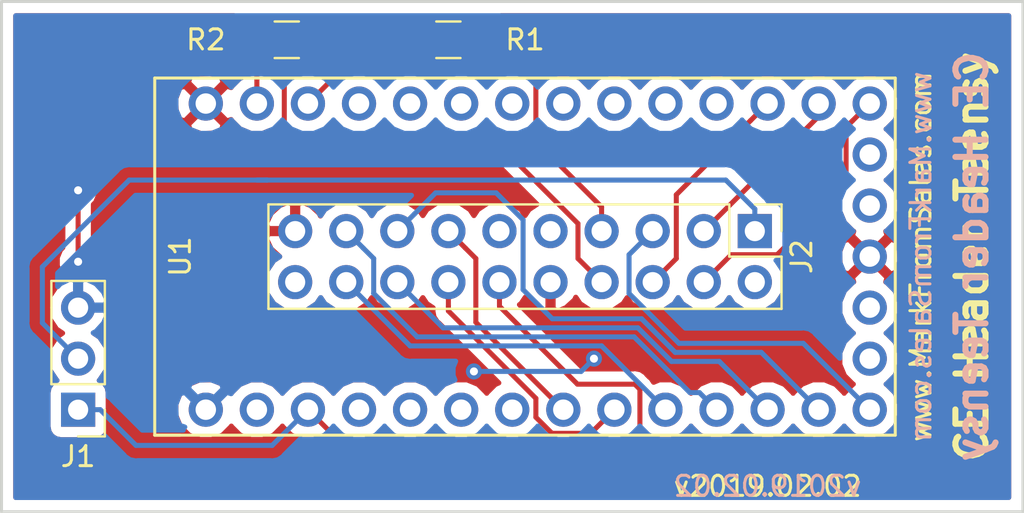
<source format=kicad_pcb>
(kicad_pcb (version 20171130) (host pcbnew "(5.0.2)-1")

  (general
    (thickness 1.6)
    (drawings 10)
    (tracks 99)
    (zones 0)
    (modules 5)
    (nets 19)
  )

  (page USLetter)
  (title_block
    (title "CE Header Teensy")
    (date 2019-02-02)
    (rev 1.0)
    (company www.MarkFromSales.com)
    (comment 1 "Project from www.contextualelectronics.com")
  )

  (layers
    (0 F.Cu signal)
    (31 B.Cu signal)
    (32 B.Adhes user)
    (33 F.Adhes user)
    (34 B.Paste user)
    (35 F.Paste user)
    (36 B.SilkS user)
    (37 F.SilkS user)
    (38 B.Mask user)
    (39 F.Mask user)
    (40 Dwgs.User user)
    (41 Cmts.User user)
    (42 Eco1.User user)
    (43 Eco2.User user)
    (44 Edge.Cuts user)
    (45 Margin user)
    (46 B.CrtYd user)
    (47 F.CrtYd user)
    (48 B.Fab user hide)
    (49 F.Fab user hide)
  )

  (setup
    (last_trace_width 0.25)
    (trace_clearance 0.2)
    (zone_clearance 0.508)
    (zone_45_only no)
    (trace_min 0.2)
    (segment_width 0.2)
    (edge_width 0.15)
    (via_size 0.8)
    (via_drill 0.4)
    (via_min_size 0.4)
    (via_min_drill 0.3)
    (uvia_size 0.3)
    (uvia_drill 0.1)
    (uvias_allowed no)
    (uvia_min_size 0.2)
    (uvia_min_drill 0.1)
    (pcb_text_width 0.3)
    (pcb_text_size 1.5 1.5)
    (mod_edge_width 0.15)
    (mod_text_size 1 1)
    (mod_text_width 0.15)
    (pad_size 1.524 1.524)
    (pad_drill 0.762)
    (pad_to_mask_clearance 0.051)
    (solder_mask_min_width 0.25)
    (aux_axis_origin 0 0)
    (visible_elements 7FFFFFFF)
    (pcbplotparams
      (layerselection 0x010fc_ffffffff)
      (usegerberextensions false)
      (usegerberattributes false)
      (usegerberadvancedattributes false)
      (creategerberjobfile false)
      (excludeedgelayer true)
      (linewidth 0.100000)
      (plotframeref false)
      (viasonmask false)
      (mode 1)
      (useauxorigin false)
      (hpglpennumber 1)
      (hpglpenspeed 20)
      (hpglpendiameter 15.000000)
      (psnegative false)
      (psa4output false)
      (plotreference true)
      (plotvalue true)
      (plotinvisibletext false)
      (padsonsilk false)
      (subtractmaskfromsilk false)
      (outputformat 1)
      (mirror false)
      (drillshape 1)
      (scaleselection 1)
      (outputdirectory ""))
  )

  (net 0 "")
  (net 1 /3V3)
  (net 2 "Net-(J1-Pad2)")
  (net 3 /5V)
  (net 4 /SPI_MOSI)
  (net 5 /SPI_MISO)
  (net 6 /SPI_CLK)
  (net 7 /SPI_CS)
  (net 8 "Net-(J2-Pad7)")
  (net 9 "Net-(J2-Pad8)")
  (net 10 GND)
  (net 11 /I2C_SCLK)
  (net 12 /I2C_SDAT)
  (net 13 /AIO0)
  (net 14 /AIO1)
  (net 15 /AIO2)
  (net 16 /AIO3)
  (net 17 /TEENSY_TX)
  (net 18 /TEENSY_RX)

  (net_class Default "This is the default net class."
    (clearance 0.2)
    (trace_width 0.25)
    (via_dia 0.8)
    (via_drill 0.4)
    (uvia_dia 0.3)
    (uvia_drill 0.1)
    (add_net /3V3)
    (add_net /5V)
    (add_net /AIO0)
    (add_net /AIO1)
    (add_net /AIO2)
    (add_net /AIO3)
    (add_net /I2C_SCLK)
    (add_net /I2C_SDAT)
    (add_net /SPI_CLK)
    (add_net /SPI_CS)
    (add_net /SPI_MISO)
    (add_net /SPI_MOSI)
    (add_net /TEENSY_RX)
    (add_net /TEENSY_TX)
    (add_net GND)
    (add_net "Net-(J1-Pad2)")
    (add_net "Net-(J2-Pad7)")
    (add_net "Net-(J2-Pad8)")
  )

  (module Connector_PinHeader_2.54mm:PinHeader_1x03_P2.54mm_Vertical (layer F.Cu) (tedit 59FED5CC) (tstamp 5C6304E9)
    (at 156.21 71.12 180)
    (descr "Through hole straight pin header, 1x03, 2.54mm pitch, single row")
    (tags "Through hole pin header THT 1x03 2.54mm single row")
    (path /5C563697)
    (fp_text reference J1 (at 0 -2.33 180) (layer F.SilkS)
      (effects (font (size 1 1) (thickness 0.15)))
    )
    (fp_text value Conn_PWR (at 0 7.41 180) (layer F.Fab)
      (effects (font (size 1 1) (thickness 0.15)))
    )
    (fp_line (start -0.635 -1.27) (end 1.27 -1.27) (layer F.Fab) (width 0.1))
    (fp_line (start 1.27 -1.27) (end 1.27 6.35) (layer F.Fab) (width 0.1))
    (fp_line (start 1.27 6.35) (end -1.27 6.35) (layer F.Fab) (width 0.1))
    (fp_line (start -1.27 6.35) (end -1.27 -0.635) (layer F.Fab) (width 0.1))
    (fp_line (start -1.27 -0.635) (end -0.635 -1.27) (layer F.Fab) (width 0.1))
    (fp_line (start -1.33 6.41) (end 1.33 6.41) (layer F.SilkS) (width 0.12))
    (fp_line (start -1.33 1.27) (end -1.33 6.41) (layer F.SilkS) (width 0.12))
    (fp_line (start 1.33 1.27) (end 1.33 6.41) (layer F.SilkS) (width 0.12))
    (fp_line (start -1.33 1.27) (end 1.33 1.27) (layer F.SilkS) (width 0.12))
    (fp_line (start -1.33 0) (end -1.33 -1.33) (layer F.SilkS) (width 0.12))
    (fp_line (start -1.33 -1.33) (end 0 -1.33) (layer F.SilkS) (width 0.12))
    (fp_line (start -1.8 -1.8) (end -1.8 6.85) (layer F.CrtYd) (width 0.05))
    (fp_line (start -1.8 6.85) (end 1.8 6.85) (layer F.CrtYd) (width 0.05))
    (fp_line (start 1.8 6.85) (end 1.8 -1.8) (layer F.CrtYd) (width 0.05))
    (fp_line (start 1.8 -1.8) (end -1.8 -1.8) (layer F.CrtYd) (width 0.05))
    (fp_text user %R (at 0 2.54 270) (layer F.Fab)
      (effects (font (size 1 1) (thickness 0.15)))
    )
    (pad 1 thru_hole rect (at 0 0 180) (size 1.7 1.7) (drill 1) (layers *.Cu *.Mask)
      (net 1 /3V3))
    (pad 2 thru_hole oval (at 0 2.54 180) (size 1.7 1.7) (drill 1) (layers *.Cu *.Mask)
      (net 2 "Net-(J1-Pad2)"))
    (pad 3 thru_hole oval (at 0 5.08 180) (size 1.7 1.7) (drill 1) (layers *.Cu *.Mask)
      (net 3 /5V))
    (model ${KISYS3DMOD}/Connector_PinHeader_2.54mm.3dshapes/PinHeader_1x03_P2.54mm_Vertical.wrl
      (at (xyz 0 0 0))
      (scale (xyz 1 1 1))
      (rotate (xyz 0 0 0))
    )
  )

  (module Connector_PinHeader_2.54mm:PinHeader_2x10_P2.54mm_Vertical (layer F.Cu) (tedit 59FED5CC) (tstamp 5C630513)
    (at 189.865 62.23 270)
    (descr "Through hole straight pin header, 2x10, 2.54mm pitch, double rows")
    (tags "Through hole pin header THT 2x10 2.54mm double row")
    (path /5C56346B)
    (fp_text reference J2 (at 1.27 -2.33 270) (layer F.SilkS)
      (effects (font (size 1 1) (thickness 0.15)))
    )
    (fp_text value CE_Header_Narrow (at 1.27 25.19 270) (layer F.Fab)
      (effects (font (size 1 1) (thickness 0.15)))
    )
    (fp_line (start 0 -1.27) (end 3.81 -1.27) (layer F.Fab) (width 0.1))
    (fp_line (start 3.81 -1.27) (end 3.81 24.13) (layer F.Fab) (width 0.1))
    (fp_line (start 3.81 24.13) (end -1.27 24.13) (layer F.Fab) (width 0.1))
    (fp_line (start -1.27 24.13) (end -1.27 0) (layer F.Fab) (width 0.1))
    (fp_line (start -1.27 0) (end 0 -1.27) (layer F.Fab) (width 0.1))
    (fp_line (start -1.33 24.19) (end 3.87 24.19) (layer F.SilkS) (width 0.12))
    (fp_line (start -1.33 1.27) (end -1.33 24.19) (layer F.SilkS) (width 0.12))
    (fp_line (start 3.87 -1.33) (end 3.87 24.19) (layer F.SilkS) (width 0.12))
    (fp_line (start -1.33 1.27) (end 1.27 1.27) (layer F.SilkS) (width 0.12))
    (fp_line (start 1.27 1.27) (end 1.27 -1.33) (layer F.SilkS) (width 0.12))
    (fp_line (start 1.27 -1.33) (end 3.87 -1.33) (layer F.SilkS) (width 0.12))
    (fp_line (start -1.33 0) (end -1.33 -1.33) (layer F.SilkS) (width 0.12))
    (fp_line (start -1.33 -1.33) (end 0 -1.33) (layer F.SilkS) (width 0.12))
    (fp_line (start -1.8 -1.8) (end -1.8 24.65) (layer F.CrtYd) (width 0.05))
    (fp_line (start -1.8 24.65) (end 4.35 24.65) (layer F.CrtYd) (width 0.05))
    (fp_line (start 4.35 24.65) (end 4.35 -1.8) (layer F.CrtYd) (width 0.05))
    (fp_line (start 4.35 -1.8) (end -1.8 -1.8) (layer F.CrtYd) (width 0.05))
    (fp_text user %R (at 1.27 11.43) (layer F.Fab)
      (effects (font (size 1 1) (thickness 0.15)))
    )
    (pad 1 thru_hole rect (at 0 0 270) (size 1.7 1.7) (drill 1) (layers *.Cu *.Mask)
      (net 2 "Net-(J1-Pad2)"))
    (pad 2 thru_hole oval (at 2.54 0 270) (size 1.7 1.7) (drill 1) (layers *.Cu *.Mask))
    (pad 3 thru_hole oval (at 0 2.54 270) (size 1.7 1.7) (drill 1) (layers *.Cu *.Mask)
      (net 4 /SPI_MOSI))
    (pad 4 thru_hole oval (at 2.54 2.54 270) (size 1.7 1.7) (drill 1) (layers *.Cu *.Mask)
      (net 5 /SPI_MISO))
    (pad 5 thru_hole oval (at 0 5.08 270) (size 1.7 1.7) (drill 1) (layers *.Cu *.Mask)
      (net 6 /SPI_CLK))
    (pad 6 thru_hole oval (at 2.54 5.08 270) (size 1.7 1.7) (drill 1) (layers *.Cu *.Mask)
      (net 7 /SPI_CS))
    (pad 7 thru_hole oval (at 0 7.62 270) (size 1.7 1.7) (drill 1) (layers *.Cu *.Mask)
      (net 8 "Net-(J2-Pad7)"))
    (pad 8 thru_hole oval (at 2.54 7.62 270) (size 1.7 1.7) (drill 1) (layers *.Cu *.Mask)
      (net 9 "Net-(J2-Pad8)"))
    (pad 9 thru_hole oval (at 0 10.16 270) (size 1.7 1.7) (drill 1) (layers *.Cu *.Mask))
    (pad 10 thru_hole oval (at 2.54 10.16 270) (size 1.7 1.7) (drill 1) (layers *.Cu *.Mask)
      (net 10 GND))
    (pad 11 thru_hole oval (at 0 12.7 270) (size 1.7 1.7) (drill 1) (layers *.Cu *.Mask))
    (pad 12 thru_hole oval (at 2.54 12.7 270) (size 1.7 1.7) (drill 1) (layers *.Cu *.Mask)
      (net 1 /3V3))
    (pad 13 thru_hole oval (at 0 15.24 270) (size 1.7 1.7) (drill 1) (layers *.Cu *.Mask)
      (net 11 /I2C_SCLK))
    (pad 14 thru_hole oval (at 2.54 15.24 270) (size 1.7 1.7) (drill 1) (layers *.Cu *.Mask)
      (net 12 /I2C_SDAT))
    (pad 15 thru_hole oval (at 0 17.78 270) (size 1.7 1.7) (drill 1) (layers *.Cu *.Mask)
      (net 13 /AIO0))
    (pad 16 thru_hole oval (at 2.54 17.78 270) (size 1.7 1.7) (drill 1) (layers *.Cu *.Mask)
      (net 14 /AIO1))
    (pad 17 thru_hole oval (at 0 20.32 270) (size 1.7 1.7) (drill 1) (layers *.Cu *.Mask)
      (net 15 /AIO2))
    (pad 18 thru_hole oval (at 2.54 20.32 270) (size 1.7 1.7) (drill 1) (layers *.Cu *.Mask)
      (net 16 /AIO3))
    (pad 19 thru_hole oval (at 0 22.86 270) (size 1.7 1.7) (drill 1) (layers *.Cu *.Mask)
      (net 10 GND))
    (pad 20 thru_hole oval (at 2.54 22.86 270) (size 1.7 1.7) (drill 1) (layers *.Cu *.Mask))
    (model ${KISYS3DMOD}/Connector_PinHeader_2.54mm.3dshapes/PinHeader_2x10_P2.54mm_Vertical.wrl
      (at (xyz 0 0 0))
      (scale (xyz 1 1 1))
      (rotate (xyz 0 0 0))
    )
  )

  (module Resistor_SMD:R_1206_3216Metric_Pad1.42x1.75mm_HandSolder (layer F.Cu) (tedit 5B301BBD) (tstamp 5C630524)
    (at 174.625 52.705 180)
    (descr "Resistor SMD 1206 (3216 Metric), square (rectangular) end terminal, IPC_7351 nominal with elongated pad for handsoldering. (Body size source: http://www.tortai-tech.com/upload/download/2011102023233369053.pdf), generated with kicad-footprint-generator")
    (tags "resistor handsolder")
    (path /5C56470A)
    (attr smd)
    (fp_text reference R1 (at -3.81 0 180) (layer F.SilkS)
      (effects (font (size 1 1) (thickness 0.15)))
    )
    (fp_text value R0 (at 0 1.82 180) (layer F.Fab)
      (effects (font (size 1 1) (thickness 0.15)))
    )
    (fp_text user %R (at 0 0 180) (layer F.Fab)
      (effects (font (size 0.8 0.8) (thickness 0.12)))
    )
    (fp_line (start 2.45 1.12) (end -2.45 1.12) (layer F.CrtYd) (width 0.05))
    (fp_line (start 2.45 -1.12) (end 2.45 1.12) (layer F.CrtYd) (width 0.05))
    (fp_line (start -2.45 -1.12) (end 2.45 -1.12) (layer F.CrtYd) (width 0.05))
    (fp_line (start -2.45 1.12) (end -2.45 -1.12) (layer F.CrtYd) (width 0.05))
    (fp_line (start -0.602064 0.91) (end 0.602064 0.91) (layer F.SilkS) (width 0.12))
    (fp_line (start -0.602064 -0.91) (end 0.602064 -0.91) (layer F.SilkS) (width 0.12))
    (fp_line (start 1.6 0.8) (end -1.6 0.8) (layer F.Fab) (width 0.1))
    (fp_line (start 1.6 -0.8) (end 1.6 0.8) (layer F.Fab) (width 0.1))
    (fp_line (start -1.6 -0.8) (end 1.6 -0.8) (layer F.Fab) (width 0.1))
    (fp_line (start -1.6 0.8) (end -1.6 -0.8) (layer F.Fab) (width 0.1))
    (pad 2 smd roundrect (at 1.4875 0 180) (size 1.425 1.75) (layers F.Cu F.Paste F.Mask) (roundrect_rratio 0.175439)
      (net 17 /TEENSY_TX))
    (pad 1 smd roundrect (at -1.4875 0 180) (size 1.425 1.75) (layers F.Cu F.Paste F.Mask) (roundrect_rratio 0.175439)
      (net 8 "Net-(J2-Pad7)"))
    (model ${KISYS3DMOD}/Resistor_SMD.3dshapes/R_1206_3216Metric.wrl
      (at (xyz 0 0 0))
      (scale (xyz 1 1 1))
      (rotate (xyz 0 0 0))
    )
  )

  (module Resistor_SMD:R_1206_3216Metric_Pad1.42x1.75mm_HandSolder (layer F.Cu) (tedit 5B301BBD) (tstamp 5C630535)
    (at 166.5875 52.705)
    (descr "Resistor SMD 1206 (3216 Metric), square (rectangular) end terminal, IPC_7351 nominal with elongated pad for handsoldering. (Body size source: http://www.tortai-tech.com/upload/download/2011102023233369053.pdf), generated with kicad-footprint-generator")
    (tags "resistor handsolder")
    (path /5C5643F9)
    (attr smd)
    (fp_text reference R2 (at -4.0275 0) (layer F.SilkS)
      (effects (font (size 1 1) (thickness 0.15)))
    )
    (fp_text value R0 (at 0 1.82) (layer F.Fab)
      (effects (font (size 1 1) (thickness 0.15)))
    )
    (fp_line (start -1.6 0.8) (end -1.6 -0.8) (layer F.Fab) (width 0.1))
    (fp_line (start -1.6 -0.8) (end 1.6 -0.8) (layer F.Fab) (width 0.1))
    (fp_line (start 1.6 -0.8) (end 1.6 0.8) (layer F.Fab) (width 0.1))
    (fp_line (start 1.6 0.8) (end -1.6 0.8) (layer F.Fab) (width 0.1))
    (fp_line (start -0.602064 -0.91) (end 0.602064 -0.91) (layer F.SilkS) (width 0.12))
    (fp_line (start -0.602064 0.91) (end 0.602064 0.91) (layer F.SilkS) (width 0.12))
    (fp_line (start -2.45 1.12) (end -2.45 -1.12) (layer F.CrtYd) (width 0.05))
    (fp_line (start -2.45 -1.12) (end 2.45 -1.12) (layer F.CrtYd) (width 0.05))
    (fp_line (start 2.45 -1.12) (end 2.45 1.12) (layer F.CrtYd) (width 0.05))
    (fp_line (start 2.45 1.12) (end -2.45 1.12) (layer F.CrtYd) (width 0.05))
    (fp_text user %R (at 0 0) (layer F.Fab)
      (effects (font (size 0.8 0.8) (thickness 0.12)))
    )
    (pad 1 smd roundrect (at -1.4875 0) (size 1.425 1.75) (layers F.Cu F.Paste F.Mask) (roundrect_rratio 0.175439)
      (net 18 /TEENSY_RX))
    (pad 2 smd roundrect (at 1.4875 0) (size 1.425 1.75) (layers F.Cu F.Paste F.Mask) (roundrect_rratio 0.175439)
      (net 9 "Net-(J2-Pad8)"))
    (model ${KISYS3DMOD}/Resistor_SMD.3dshapes/R_1206_3216Metric.wrl
      (at (xyz 0 0 0))
      (scale (xyz 1 1 1))
      (rotate (xyz 0 0 0))
    )
  )

  (module TeensyConverter:Teensy-32-Mirrored (layer F.Cu) (tedit 58AB6F38) (tstamp 5C63055F)
    (at 177.8 63.5 90)
    (path /5C563510)
    (fp_text reference U1 (at 0 -16.51 90) (layer F.SilkS)
      (effects (font (size 1 1) (thickness 0.15)))
    )
    (fp_text value Teensy-3.2 (at 0 -19.05 90) (layer F.Fab)
      (effects (font (size 1 1) (thickness 0.15)))
    )
    (fp_line (start -8.89 19.05) (end 8.89 19.05) (layer F.SilkS) (width 0.15))
    (fp_line (start 8.89 19.05) (end 8.89 -17.78) (layer F.SilkS) (width 0.15))
    (fp_line (start 8.89 -17.78) (end -8.89 -17.78) (layer F.SilkS) (width 0.15))
    (fp_line (start -8.89 -17.78) (end -8.89 -16.51) (layer F.SilkS) (width 0.15))
    (fp_line (start -8.89 -17.78) (end -8.89 19.05) (layer F.SilkS) (width 0.15))
    (pad 0 thru_hole circle (at 7.62 -12.7 90) (size 1.7018 1.7018) (drill 1.016) (layers *.Cu *.Mask)
      (net 18 /TEENSY_RX))
    (pad 1 thru_hole circle (at 7.62 -10.16 90) (size 1.7018 1.7018) (drill 1.016) (layers *.Cu *.Mask)
      (net 17 /TEENSY_TX))
    (pad 2 thru_hole circle (at 7.62 -7.62 90) (size 1.7018 1.7018) (drill 1.016) (layers *.Cu *.Mask))
    (pad 3 thru_hole circle (at 7.62 -5.08 90) (size 1.7018 1.7018) (drill 1.016) (layers *.Cu *.Mask))
    (pad 4 thru_hole circle (at 7.62 -2.54 90) (size 1.7018 1.7018) (drill 1.016) (layers *.Cu *.Mask))
    (pad 5 thru_hole circle (at 7.62 0 90) (size 1.7018 1.7018) (drill 1.016) (layers *.Cu *.Mask))
    (pad 6 thru_hole circle (at 7.62 2.54 90) (size 1.7018 1.7018) (drill 1.016) (layers *.Cu *.Mask))
    (pad 7 thru_hole circle (at 7.62 5.08 90) (size 1.7018 1.7018) (drill 1.016) (layers *.Cu *.Mask))
    (pad 8 thru_hole circle (at 7.62 7.62 90) (size 1.7018 1.7018) (drill 1.016) (layers *.Cu *.Mask))
    (pad 9 thru_hole circle (at 7.62 10.16 90) (size 1.7018 1.7018) (drill 1.016) (layers *.Cu *.Mask))
    (pad 10 thru_hole circle (at 7.62 12.7 90) (size 1.7018 1.7018) (drill 1.016) (layers *.Cu *.Mask)
      (net 7 /SPI_CS))
    (pad 11 thru_hole circle (at 7.62 15.24 90) (size 1.7018 1.7018) (drill 1.016) (layers *.Cu *.Mask)
      (net 4 /SPI_MOSI))
    (pad 12 thru_hole circle (at 7.62 17.78 90) (size 1.7018 1.7018) (drill 1.016) (layers *.Cu *.Mask)
      (net 5 /SPI_MISO))
    (pad 13 thru_hole circle (at -7.62 17.78 90) (size 1.7018 1.7018) (drill 1.016) (layers *.Cu *.Mask)
      (net 6 /SPI_CLK))
    (pad 14 thru_hole circle (at -7.62 15.24 90) (size 1.7018 1.7018) (drill 1.016) (layers *.Cu *.Mask)
      (net 13 /AIO0))
    (pad 15 thru_hole circle (at -7.62 12.7 90) (size 1.7018 1.7018) (drill 1.016) (layers *.Cu *.Mask)
      (net 14 /AIO1))
    (pad 16 thru_hole circle (at -7.62 10.16 90) (size 1.7018 1.7018) (drill 1.016) (layers *.Cu *.Mask)
      (net 15 /AIO2))
    (pad 17 thru_hole circle (at -7.62 7.62 90) (size 1.7018 1.7018) (drill 1.016) (layers *.Cu *.Mask)
      (net 16 /AIO3))
    (pad 18 thru_hole circle (at -7.62 5.08 90) (size 1.7018 1.7018) (drill 1.016) (layers *.Cu *.Mask)
      (net 12 /I2C_SDAT))
    (pad 19 thru_hole circle (at -7.62 2.54 90) (size 1.7018 1.7018) (drill 1.016) (layers *.Cu *.Mask)
      (net 11 /I2C_SCLK))
    (pad 20 thru_hole circle (at -7.62 0 90) (size 1.7018 1.7018) (drill 1.016) (layers *.Cu *.Mask))
    (pad 21 thru_hole circle (at -7.62 -2.54 90) (size 1.7018 1.7018) (drill 1.016) (layers *.Cu *.Mask))
    (pad 22 thru_hole circle (at -7.62 -5.08 90) (size 1.7018 1.7018) (drill 1.016) (layers *.Cu *.Mask))
    (pad 23 thru_hole circle (at -7.62 -7.62 90) (size 1.7018 1.7018) (drill 1.016) (layers *.Cu *.Mask))
    (pad 24 thru_hole circle (at -7.62 -10.16 90) (size 1.7018 1.7018) (drill 1.016) (layers *.Cu *.Mask)
      (net 1 /3V3))
    (pad 25 thru_hole circle (at -7.62 -12.7 90) (size 1.7018 1.7018) (drill 1.016) (layers *.Cu *.Mask))
    (pad 26 thru_hole circle (at -7.62 -15.24 90) (size 1.7018 1.7018) (drill 1.016) (layers *.Cu *.Mask)
      (net 3 /5V))
    (pad 27 thru_hole circle (at 7.62 -15.24 90) (size 1.7018 1.7018) (drill 1.016) (layers *.Cu *.Mask)
      (net 10 GND))
    (pad 28 thru_hole circle (at 5.08 17.78 90) (size 1.7018 1.7018) (drill 1.016) (layers *.Cu *.Mask))
    (pad 29 thru_hole circle (at 2.54 17.78 90) (size 1.7018 1.7018) (drill 1.016) (layers *.Cu *.Mask))
    (pad 30 thru_hole circle (at 0 17.78 90) (size 1.7018 1.7018) (drill 1.016) (layers *.Cu *.Mask)
      (net 10 GND))
    (pad 31 thru_hole circle (at -2.54 17.78 90) (size 1.7018 1.7018) (drill 1.016) (layers *.Cu *.Mask))
    (pad 32 thru_hole circle (at -5.08 17.78 90) (size 1.7018 1.7018) (drill 1.016) (layers *.Cu *.Mask))
  )

  (gr_text v2019.02.02 (at 190.5 74.93) (layer B.SilkS) (tstamp 5C563D7C)
    (effects (font (size 1 1) (thickness 0.15)) (justify mirror))
  )
  (gr_text v2019.02.02 (at 190.5 74.93) (layer F.SilkS)
    (effects (font (size 1 1) (thickness 0.15)))
  )
  (gr_text www.MarkFromSales.com (at 198.12 63.5 90) (layer B.SilkS) (tstamp 5C563D52)
    (effects (font (size 1 1) (thickness 0.15)) (justify mirror))
  )
  (gr_text www.MarkFromSales.com (at 198.12 63.5 90) (layer F.SilkS)
    (effects (font (size 1 1) (thickness 0.15)))
  )
  (gr_text "CE Header Teensy" (at 200.66 63.5 90) (layer B.SilkS) (tstamp 5C563D21)
    (effects (font (size 1.5 1.5) (thickness 0.3)) (justify mirror))
  )
  (gr_text "CE Header Teensy" (at 200.66 63.5 90) (layer F.SilkS)
    (effects (font (size 1.5 1.5) (thickness 0.3)))
  )
  (gr_line (start 203.2 50.8) (end 152.4 50.8) (layer Edge.Cuts) (width 0.15) (tstamp 5C63087F))
  (gr_line (start 203.2 76.2) (end 203.2 50.8) (layer Edge.Cuts) (width 0.15))
  (gr_line (start 152.4 76.2) (end 203.2 76.2) (layer Edge.Cuts) (width 0.15))
  (gr_line (start 152.4 50.8) (end 152.4 76.2) (layer Edge.Cuts) (width 0.15))

  (segment (start 181.042919 69.85) (end 177.165 65.972081) (width 0.25) (layer F.Cu) (net 1))
  (segment (start 169.545 73.025) (end 183.515 73.025) (width 0.25) (layer F.Cu) (net 1))
  (segment (start 167.64 71.12) (end 169.545 73.025) (width 0.25) (layer F.Cu) (net 1))
  (segment (start 177.165 65.972081) (end 177.165 64.77) (width 0.25) (layer F.Cu) (net 1))
  (segment (start 183.515 73.025) (end 184.15 72.39) (width 0.25) (layer F.Cu) (net 1))
  (segment (start 184.15 72.39) (end 184.15 70.104) (width 0.25) (layer F.Cu) (net 1))
  (segment (start 184.15 70.104) (end 183.896 69.85) (width 0.25) (layer F.Cu) (net 1))
  (segment (start 183.896 69.85) (end 181.042919 69.85) (width 0.25) (layer F.Cu) (net 1))
  (segment (start 157.31 71.12) (end 159.088 72.898) (width 0.25) (layer B.Cu) (net 1))
  (segment (start 156.21 71.12) (end 157.31 71.12) (width 0.25) (layer B.Cu) (net 1))
  (segment (start 165.862 72.898) (end 167.64 71.12) (width 0.25) (layer B.Cu) (net 1))
  (segment (start 159.088 72.898) (end 165.862 72.898) (width 0.25) (layer B.Cu) (net 1))
  (segment (start 189.865 61.13) (end 189.865 62.23) (width 0.25) (layer B.Cu) (net 2))
  (segment (start 188.425 59.69) (end 189.865 61.13) (width 0.25) (layer B.Cu) (net 2))
  (segment (start 158.75 59.69) (end 165.608 59.69) (width 0.25) (layer B.Cu) (net 2))
  (segment (start 154.432 64.008) (end 158.75 59.69) (width 0.25) (layer B.Cu) (net 2))
  (segment (start 154.432 66.802) (end 154.432 64.008) (width 0.25) (layer B.Cu) (net 2))
  (segment (start 156.21 68.58) (end 154.432 66.802) (width 0.25) (layer B.Cu) (net 2))
  (segment (start 165.1 59.69) (end 165.608 59.69) (width 0.25) (layer B.Cu) (net 2))
  (segment (start 165.608 59.69) (end 188.425 59.69) (width 0.25) (layer B.Cu) (net 2))
  (via (at 156.21 63.754) (size 0.8) (drill 0.4) (layers F.Cu B.Cu) (net 3))
  (via (at 156.21 60.198) (size 0.8) (drill 0.4) (layers F.Cu B.Cu) (net 3))
  (segment (start 156.21 60.763685) (end 156.21 63.754) (width 0.25) (layer F.Cu) (net 3))
  (segment (start 156.21 60.198) (end 156.21 60.763685) (width 0.25) (layer F.Cu) (net 3))
  (segment (start 193.04 56.515) (end 193.04 55.88) (width 0.25) (layer F.Cu) (net 4))
  (segment (start 187.325 62.23) (end 193.04 56.515) (width 0.25) (layer F.Cu) (net 4))
  (segment (start 194.729101 56.730899) (end 195.58 55.88) (width 0.25) (layer F.Cu) (net 5))
  (segment (start 194.404099 57.055901) (end 194.729101 56.730899) (width 0.25) (layer F.Cu) (net 5))
  (segment (start 194.404099 59.975903) (end 194.404099 57.055901) (width 0.25) (layer F.Cu) (net 5))
  (segment (start 190.975001 63.405001) (end 194.404099 59.975903) (width 0.25) (layer F.Cu) (net 5))
  (segment (start 188.689999 63.405001) (end 190.975001 63.405001) (width 0.25) (layer F.Cu) (net 5))
  (segment (start 187.325 64.77) (end 188.689999 63.405001) (width 0.25) (layer F.Cu) (net 5))
  (segment (start 183.609999 63.405001) (end 183.609999 65.334001) (width 0.25) (layer B.Cu) (net 6))
  (segment (start 184.785 62.23) (end 183.609999 63.405001) (width 0.25) (layer B.Cu) (net 6))
  (segment (start 183.609999 65.334001) (end 186.093998 67.818) (width 0.25) (layer B.Cu) (net 6))
  (segment (start 192.278 67.818) (end 195.58 71.12) (width 0.25) (layer B.Cu) (net 6))
  (segment (start 186.093998 67.818) (end 192.278 67.818) (width 0.25) (layer B.Cu) (net 6))
  (segment (start 189.649101 56.730899) (end 190.5 55.88) (width 0.25) (layer F.Cu) (net 7))
  (segment (start 185.960001 60.419999) (end 189.649101 56.730899) (width 0.25) (layer F.Cu) (net 7))
  (segment (start 185.960001 63.594999) (end 185.960001 60.419999) (width 0.25) (layer F.Cu) (net 7))
  (segment (start 184.785 64.77) (end 185.960001 63.594999) (width 0.25) (layer F.Cu) (net 7))
  (segment (start 176.925 52.705) (end 176.1125 52.705) (width 0.25) (layer F.Cu) (net 8))
  (segment (start 178.975901 54.755901) (end 176.925 52.705) (width 0.25) (layer F.Cu) (net 8))
  (segment (start 178.975901 57.75882) (end 178.975901 54.755901) (width 0.25) (layer F.Cu) (net 8))
  (segment (start 182.245 61.027919) (end 178.975901 57.75882) (width 0.25) (layer F.Cu) (net 8))
  (segment (start 182.245 62.23) (end 182.245 61.027919) (width 0.25) (layer F.Cu) (net 8))
  (segment (start 166.464099 54.315901) (end 166.464099 57.055901) (width 0.25) (layer F.Cu) (net 9))
  (segment (start 168.075 52.705) (end 166.464099 54.315901) (width 0.25) (layer F.Cu) (net 9))
  (segment (start 181.069999 61.855997) (end 176.999002 57.785) (width 0.25) (layer F.Cu) (net 9))
  (segment (start 182.245 64.77) (end 181.069999 63.594999) (width 0.25) (layer F.Cu) (net 9))
  (segment (start 181.069999 63.594999) (end 181.069999 61.855997) (width 0.25) (layer F.Cu) (net 9))
  (segment (start 167.193198 57.785) (end 166.464099 57.055901) (width 0.25) (layer F.Cu) (net 9))
  (segment (start 176.999002 57.785) (end 167.193198 57.785) (width 0.25) (layer F.Cu) (net 9))
  (via (at 175.895 69.215) (size 0.8) (drill 0.4) (layers F.Cu B.Cu) (net 10))
  (via (at 181.864 68.58) (size 0.8) (drill 0.4) (layers F.Cu B.Cu) (net 10))
  (segment (start 181.229 69.215) (end 181.864 68.58) (width 0.25) (layer B.Cu) (net 10))
  (segment (start 175.895 69.215) (end 181.229 69.215) (width 0.25) (layer B.Cu) (net 10))
  (segment (start 175.474999 63.079999) (end 174.625 62.23) (width 0.25) (layer F.Cu) (net 11))
  (segment (start 175.989999 63.594999) (end 175.474999 63.079999) (width 0.25) (layer F.Cu) (net 11))
  (segment (start 175.989999 66.769999) (end 175.989999 63.594999) (width 0.25) (layer F.Cu) (net 11))
  (segment (start 180.34 71.12) (end 175.989999 66.769999) (width 0.25) (layer F.Cu) (net 11))
  (segment (start 174.625 65.972081) (end 174.625 64.77) (width 0.25) (layer F.Cu) (net 12))
  (segment (start 174.625 66.204666) (end 174.625 65.972081) (width 0.25) (layer F.Cu) (net 12))
  (segment (start 178.975901 70.555567) (end 174.625 66.204666) (width 0.25) (layer F.Cu) (net 12))
  (segment (start 179.775567 72.295901) (end 178.975901 71.496235) (width 0.25) (layer F.Cu) (net 12))
  (segment (start 181.704099 72.295901) (end 179.775567 72.295901) (width 0.25) (layer F.Cu) (net 12))
  (segment (start 178.975901 71.496235) (end 178.975901 70.555567) (width 0.25) (layer F.Cu) (net 12))
  (segment (start 182.88 71.12) (end 181.704099 72.295901) (width 0.25) (layer F.Cu) (net 12))
  (segment (start 193.04 71.12) (end 190.188011 68.268011) (width 0.25) (layer B.Cu) (net 13))
  (segment (start 178.340001 61.665999) (end 176.999002 60.325) (width 0.25) (layer B.Cu) (net 13))
  (segment (start 178.340001 65.144003) (end 178.340001 61.665999) (width 0.25) (layer B.Cu) (net 13))
  (segment (start 176.999002 60.325) (end 173.99 60.325) (width 0.25) (layer B.Cu) (net 13))
  (segment (start 172.934999 61.380001) (end 172.085 62.23) (width 0.25) (layer B.Cu) (net 13))
  (segment (start 179.790965 66.594967) (end 178.340001 65.144003) (width 0.25) (layer B.Cu) (net 13))
  (segment (start 184.234555 66.594967) (end 179.790965 66.594967) (width 0.25) (layer B.Cu) (net 13))
  (segment (start 185.907598 68.268011) (end 184.234555 66.594967) (width 0.25) (layer B.Cu) (net 13))
  (segment (start 190.188011 68.268011) (end 185.907598 68.268011) (width 0.25) (layer B.Cu) (net 13))
  (segment (start 173.99 60.325) (end 172.934999 61.380001) (width 0.25) (layer B.Cu) (net 13))
  (segment (start 185.721198 68.718022) (end 184.048156 67.044978) (width 0.25) (layer B.Cu) (net 14))
  (segment (start 188.098022 68.718022) (end 185.721198 68.718022) (width 0.25) (layer B.Cu) (net 14))
  (segment (start 190.5 71.12) (end 188.098022 68.718022) (width 0.25) (layer B.Cu) (net 14))
  (segment (start 174.359978 67.044978) (end 172.934999 65.619999) (width 0.25) (layer B.Cu) (net 14))
  (segment (start 184.048156 67.044978) (end 174.359978 67.044978) (width 0.25) (layer B.Cu) (net 14))
  (segment (start 172.934999 65.619999) (end 172.085 64.77) (width 0.25) (layer B.Cu) (net 14))
  (segment (start 170.394999 63.079999) (end 169.545 62.23) (width 0.25) (layer B.Cu) (net 15))
  (segment (start 170.909999 65.334001) (end 170.909999 63.594999) (width 0.25) (layer B.Cu) (net 15))
  (segment (start 183.861756 67.494989) (end 173.070987 67.494989) (width 0.25) (layer B.Cu) (net 15))
  (segment (start 187.109101 70.269101) (end 186.635868 70.269101) (width 0.25) (layer B.Cu) (net 15))
  (segment (start 173.070987 67.494989) (end 170.909999 65.334001) (width 0.25) (layer B.Cu) (net 15))
  (segment (start 186.635868 70.269101) (end 183.861756 67.494989) (width 0.25) (layer B.Cu) (net 15))
  (segment (start 170.909999 63.594999) (end 170.394999 63.079999) (width 0.25) (layer B.Cu) (net 15))
  (segment (start 187.96 71.12) (end 187.109101 70.269101) (width 0.25) (layer B.Cu) (net 15))
  (segment (start 172.72 67.945) (end 169.545 64.77) (width 0.25) (layer B.Cu) (net 16))
  (segment (start 185.42 71.12) (end 182.245 67.945) (width 0.25) (layer B.Cu) (net 16))
  (segment (start 182.245 67.945) (end 172.72 67.945) (width 0.25) (layer B.Cu) (net 16))
  (segment (start 170.815 52.705) (end 167.64 55.88) (width 0.25) (layer F.Cu) (net 17))
  (segment (start 173.1375 52.705) (end 170.815 52.705) (width 0.25) (layer F.Cu) (net 17))
  (segment (start 165.1 54.676646) (end 165.1 52.705) (width 0.25) (layer F.Cu) (net 18))
  (segment (start 165.1 55.88) (end 165.1 54.676646) (width 0.25) (layer F.Cu) (net 18))

  (zone (net 10) (net_name GND) (layer F.Cu) (tstamp 0) (hatch edge 0.508)
    (connect_pads (clearance 0.508))
    (min_thickness 0.254)
    (fill yes (arc_segments 16) (thermal_gap 0.508) (thermal_bridge_width 0.508))
    (polygon
      (pts
        (xy 152.4 50.8) (xy 152.4 76.2) (xy 203.2 76.2) (xy 203.2 50.8)
      )
    )
    (filled_polygon
      (pts
        (xy 163.808374 51.736565) (xy 163.74006 52.08) (xy 163.74006 53.33) (xy 163.808374 53.673435) (xy 164.002914 53.964586)
        (xy 164.294065 54.159126) (xy 164.34 54.168263) (xy 164.34 54.586475) (xy 164.258305 54.620314) (xy 163.840314 55.038305)
        (xy 163.821274 55.084273) (xy 163.60461 55.014995) (xy 162.739605 55.88) (xy 163.60461 56.745005) (xy 163.821274 56.675727)
        (xy 163.840314 56.721695) (xy 164.258305 57.139686) (xy 164.804436 57.3659) (xy 165.395564 57.3659) (xy 165.723827 57.229929)
        (xy 165.748196 57.352438) (xy 165.850661 57.505787) (xy 165.916171 57.60383) (xy 165.979627 57.64623) (xy 166.602868 58.269472)
        (xy 166.645269 58.332929) (xy 166.708725 58.375329) (xy 166.89666 58.500904) (xy 166.944803 58.51048) (xy 167.118346 58.545)
        (xy 167.11835 58.545) (xy 167.193198 58.559888) (xy 167.268046 58.545) (xy 176.684201 58.545) (xy 179.032534 60.893334)
        (xy 178.634375 61.159375) (xy 178.435 61.457761) (xy 178.235625 61.159375) (xy 177.744418 60.831161) (xy 177.311256 60.745)
        (xy 177.018744 60.745) (xy 176.585582 60.831161) (xy 176.094375 61.159375) (xy 175.895 61.457761) (xy 175.695625 61.159375)
        (xy 175.204418 60.831161) (xy 174.771256 60.745) (xy 174.478744 60.745) (xy 174.045582 60.831161) (xy 173.554375 61.159375)
        (xy 173.355 61.457761) (xy 173.155625 61.159375) (xy 172.664418 60.831161) (xy 172.231256 60.745) (xy 171.938744 60.745)
        (xy 171.505582 60.831161) (xy 171.014375 61.159375) (xy 170.815 61.457761) (xy 170.615625 61.159375) (xy 170.124418 60.831161)
        (xy 169.691256 60.745) (xy 169.398744 60.745) (xy 168.965582 60.831161) (xy 168.474375 61.159375) (xy 168.261157 61.478478)
        (xy 168.200183 61.348642) (xy 167.771924 60.958355) (xy 167.36189 60.788524) (xy 167.132 60.909845) (xy 167.132 62.103)
        (xy 167.152 62.103) (xy 167.152 62.357) (xy 167.132 62.357) (xy 167.132 62.377) (xy 166.878 62.377)
        (xy 166.878 62.357) (xy 165.684181 62.357) (xy 165.563514 62.586892) (xy 165.809817 63.111358) (xy 166.234786 63.498647)
        (xy 165.934375 63.699375) (xy 165.606161 64.190582) (xy 165.490908 64.77) (xy 165.606161 65.349418) (xy 165.934375 65.840625)
        (xy 166.425582 66.168839) (xy 166.858744 66.255) (xy 167.151256 66.255) (xy 167.584418 66.168839) (xy 168.075625 65.840625)
        (xy 168.275 65.542239) (xy 168.474375 65.840625) (xy 168.965582 66.168839) (xy 169.398744 66.255) (xy 169.691256 66.255)
        (xy 170.124418 66.168839) (xy 170.615625 65.840625) (xy 170.815 65.542239) (xy 171.014375 65.840625) (xy 171.505582 66.168839)
        (xy 171.938744 66.255) (xy 172.231256 66.255) (xy 172.664418 66.168839) (xy 173.155625 65.840625) (xy 173.355 65.542239)
        (xy 173.554375 65.840625) (xy 173.865 66.048178) (xy 173.865 66.129819) (xy 173.850112 66.204666) (xy 173.865 66.279513)
        (xy 173.865 66.279517) (xy 173.909096 66.501202) (xy 174.077071 66.752595) (xy 174.14053 66.794997) (xy 177.133343 69.787811)
        (xy 176.958305 69.860314) (xy 176.540314 70.278305) (xy 176.53 70.303205) (xy 176.519686 70.278305) (xy 176.101695 69.860314)
        (xy 175.555564 69.6341) (xy 174.964436 69.6341) (xy 174.418305 69.860314) (xy 174.000314 70.278305) (xy 173.99 70.303205)
        (xy 173.979686 70.278305) (xy 173.561695 69.860314) (xy 173.015564 69.6341) (xy 172.424436 69.6341) (xy 171.878305 69.860314)
        (xy 171.460314 70.278305) (xy 171.45 70.303205) (xy 171.439686 70.278305) (xy 171.021695 69.860314) (xy 170.475564 69.6341)
        (xy 169.884436 69.6341) (xy 169.338305 69.860314) (xy 168.920314 70.278305) (xy 168.91 70.303205) (xy 168.899686 70.278305)
        (xy 168.481695 69.860314) (xy 167.935564 69.6341) (xy 167.344436 69.6341) (xy 166.798305 69.860314) (xy 166.380314 70.278305)
        (xy 166.37 70.303205) (xy 166.359686 70.278305) (xy 165.941695 69.860314) (xy 165.395564 69.6341) (xy 164.804436 69.6341)
        (xy 164.258305 69.860314) (xy 163.840314 70.278305) (xy 163.83 70.303205) (xy 163.819686 70.278305) (xy 163.401695 69.860314)
        (xy 162.855564 69.6341) (xy 162.264436 69.6341) (xy 161.718305 69.860314) (xy 161.300314 70.278305) (xy 161.0741 70.824436)
        (xy 161.0741 71.415564) (xy 161.300314 71.961695) (xy 161.718305 72.379686) (xy 162.264436 72.6059) (xy 162.855564 72.6059)
        (xy 163.401695 72.379686) (xy 163.819686 71.961695) (xy 163.83 71.936795) (xy 163.840314 71.961695) (xy 164.258305 72.379686)
        (xy 164.804436 72.6059) (xy 165.395564 72.6059) (xy 165.941695 72.379686) (xy 166.359686 71.961695) (xy 166.37 71.936795)
        (xy 166.380314 71.961695) (xy 166.798305 72.379686) (xy 167.344436 72.6059) (xy 167.935564 72.6059) (xy 168.017259 72.572061)
        (xy 168.954671 73.509473) (xy 168.997071 73.572929) (xy 169.060527 73.615329) (xy 169.248462 73.740904) (xy 169.296605 73.75048)
        (xy 169.470148 73.785) (xy 169.470152 73.785) (xy 169.545 73.799888) (xy 169.619848 73.785) (xy 183.440153 73.785)
        (xy 183.515 73.799888) (xy 183.589847 73.785) (xy 183.589852 73.785) (xy 183.811537 73.740904) (xy 184.062929 73.572929)
        (xy 184.105331 73.50947) (xy 184.634473 72.980329) (xy 184.697929 72.937929) (xy 184.865904 72.686537) (xy 184.900402 72.513103)
        (xy 185.124436 72.6059) (xy 185.715564 72.6059) (xy 186.261695 72.379686) (xy 186.679686 71.961695) (xy 186.69 71.936795)
        (xy 186.700314 71.961695) (xy 187.118305 72.379686) (xy 187.664436 72.6059) (xy 188.255564 72.6059) (xy 188.801695 72.379686)
        (xy 189.219686 71.961695) (xy 189.23 71.936795) (xy 189.240314 71.961695) (xy 189.658305 72.379686) (xy 190.204436 72.6059)
        (xy 190.795564 72.6059) (xy 191.341695 72.379686) (xy 191.759686 71.961695) (xy 191.77 71.936795) (xy 191.780314 71.961695)
        (xy 192.198305 72.379686) (xy 192.744436 72.6059) (xy 193.335564 72.6059) (xy 193.881695 72.379686) (xy 194.299686 71.961695)
        (xy 194.31 71.936795) (xy 194.320314 71.961695) (xy 194.738305 72.379686) (xy 195.284436 72.6059) (xy 195.875564 72.6059)
        (xy 196.421695 72.379686) (xy 196.839686 71.961695) (xy 197.0659 71.415564) (xy 197.0659 70.824436) (xy 196.839686 70.278305)
        (xy 196.421695 69.860314) (xy 196.396795 69.85) (xy 196.421695 69.839686) (xy 196.839686 69.421695) (xy 197.0659 68.875564)
        (xy 197.0659 68.284436) (xy 196.839686 67.738305) (xy 196.421695 67.320314) (xy 196.396795 67.31) (xy 196.421695 67.299686)
        (xy 196.839686 66.881695) (xy 197.0659 66.335564) (xy 197.0659 65.744436) (xy 196.839686 65.198305) (xy 196.421695 64.780314)
        (xy 196.375727 64.761274) (xy 196.445005 64.54461) (xy 195.58 63.679605) (xy 194.714995 64.54461) (xy 194.784273 64.761274)
        (xy 194.738305 64.780314) (xy 194.320314 65.198305) (xy 194.0941 65.744436) (xy 194.0941 66.335564) (xy 194.320314 66.881695)
        (xy 194.738305 67.299686) (xy 194.763205 67.31) (xy 194.738305 67.320314) (xy 194.320314 67.738305) (xy 194.0941 68.284436)
        (xy 194.0941 68.875564) (xy 194.320314 69.421695) (xy 194.738305 69.839686) (xy 194.763205 69.85) (xy 194.738305 69.860314)
        (xy 194.320314 70.278305) (xy 194.31 70.303205) (xy 194.299686 70.278305) (xy 193.881695 69.860314) (xy 193.335564 69.6341)
        (xy 192.744436 69.6341) (xy 192.198305 69.860314) (xy 191.780314 70.278305) (xy 191.77 70.303205) (xy 191.759686 70.278305)
        (xy 191.341695 69.860314) (xy 190.795564 69.6341) (xy 190.204436 69.6341) (xy 189.658305 69.860314) (xy 189.240314 70.278305)
        (xy 189.23 70.303205) (xy 189.219686 70.278305) (xy 188.801695 69.860314) (xy 188.255564 69.6341) (xy 187.664436 69.6341)
        (xy 187.118305 69.860314) (xy 186.700314 70.278305) (xy 186.69 70.303205) (xy 186.679686 70.278305) (xy 186.261695 69.860314)
        (xy 185.715564 69.6341) (xy 185.124436 69.6341) (xy 184.831219 69.755554) (xy 184.697929 69.556071) (xy 184.63447 69.513669)
        (xy 184.486331 69.36553) (xy 184.443929 69.302071) (xy 184.192537 69.134096) (xy 183.970852 69.09) (xy 183.970847 69.09)
        (xy 183.896 69.075112) (xy 183.821153 69.09) (xy 181.357721 69.09) (xy 178.159326 65.891606) (xy 178.235625 65.840625)
        (xy 178.448843 65.521522) (xy 178.509817 65.651358) (xy 178.938076 66.041645) (xy 179.34811 66.211476) (xy 179.578 66.090155)
        (xy 179.578 64.897) (xy 179.558 64.897) (xy 179.558 64.643) (xy 179.578 64.643) (xy 179.578 64.623)
        (xy 179.832 64.623) (xy 179.832 64.643) (xy 179.852 64.643) (xy 179.852 64.897) (xy 179.832 64.897)
        (xy 179.832 66.090155) (xy 180.06189 66.211476) (xy 180.471924 66.041645) (xy 180.900183 65.651358) (xy 180.961157 65.521522)
        (xy 181.174375 65.840625) (xy 181.665582 66.168839) (xy 182.098744 66.255) (xy 182.391256 66.255) (xy 182.824418 66.168839)
        (xy 183.315625 65.840625) (xy 183.515 65.542239) (xy 183.714375 65.840625) (xy 184.205582 66.168839) (xy 184.638744 66.255)
        (xy 184.931256 66.255) (xy 185.364418 66.168839) (xy 185.855625 65.840625) (xy 186.055 65.542239) (xy 186.254375 65.840625)
        (xy 186.745582 66.168839) (xy 187.178744 66.255) (xy 187.471256 66.255) (xy 187.904418 66.168839) (xy 188.395625 65.840625)
        (xy 188.595 65.542239) (xy 188.794375 65.840625) (xy 189.285582 66.168839) (xy 189.718744 66.255) (xy 190.011256 66.255)
        (xy 190.444418 66.168839) (xy 190.935625 65.840625) (xy 191.263839 65.349418) (xy 191.379092 64.77) (xy 191.263839 64.190582)
        (xy 191.223647 64.130431) (xy 191.271538 64.120905) (xy 191.52293 63.95293) (xy 191.565332 63.889471) (xy 192.18374 63.271063)
        (xy 194.082386 63.271063) (xy 194.108775 63.861602) (xy 194.283996 64.284622) (xy 194.53539 64.365005) (xy 195.400395 63.5)
        (xy 195.759605 63.5) (xy 196.62461 64.365005) (xy 196.876004 64.284622) (xy 197.077614 63.728937) (xy 197.051225 63.138398)
        (xy 196.876004 62.715378) (xy 196.62461 62.634995) (xy 195.759605 63.5) (xy 195.400395 63.5) (xy 194.53539 62.634995)
        (xy 194.283996 62.715378) (xy 194.082386 63.271063) (xy 192.18374 63.271063) (xy 194.124895 61.329909) (xy 194.320314 61.801695)
        (xy 194.738305 62.219686) (xy 194.784273 62.238726) (xy 194.714995 62.45539) (xy 195.58 63.320395) (xy 196.445005 62.45539)
        (xy 196.375727 62.238726) (xy 196.421695 62.219686) (xy 196.839686 61.801695) (xy 197.0659 61.255564) (xy 197.0659 60.664436)
        (xy 196.839686 60.118305) (xy 196.421695 59.700314) (xy 196.396795 59.69) (xy 196.421695 59.679686) (xy 196.839686 59.261695)
        (xy 197.0659 58.715564) (xy 197.0659 58.124436) (xy 196.839686 57.578305) (xy 196.421695 57.160314) (xy 196.396795 57.15)
        (xy 196.421695 57.139686) (xy 196.839686 56.721695) (xy 197.0659 56.175564) (xy 197.0659 55.584436) (xy 196.839686 55.038305)
        (xy 196.421695 54.620314) (xy 195.875564 54.3941) (xy 195.284436 54.3941) (xy 194.738305 54.620314) (xy 194.320314 55.038305)
        (xy 194.31 55.063205) (xy 194.299686 55.038305) (xy 193.881695 54.620314) (xy 193.335564 54.3941) (xy 192.744436 54.3941)
        (xy 192.198305 54.620314) (xy 191.780314 55.038305) (xy 191.77 55.063205) (xy 191.759686 55.038305) (xy 191.341695 54.620314)
        (xy 190.795564 54.3941) (xy 190.204436 54.3941) (xy 189.658305 54.620314) (xy 189.240314 55.038305) (xy 189.23 55.063205)
        (xy 189.219686 55.038305) (xy 188.801695 54.620314) (xy 188.255564 54.3941) (xy 187.664436 54.3941) (xy 187.118305 54.620314)
        (xy 186.700314 55.038305) (xy 186.69 55.063205) (xy 186.679686 55.038305) (xy 186.261695 54.620314) (xy 185.715564 54.3941)
        (xy 185.124436 54.3941) (xy 184.578305 54.620314) (xy 184.160314 55.038305) (xy 184.15 55.063205) (xy 184.139686 55.038305)
        (xy 183.721695 54.620314) (xy 183.175564 54.3941) (xy 182.584436 54.3941) (xy 182.038305 54.620314) (xy 181.620314 55.038305)
        (xy 181.61 55.063205) (xy 181.599686 55.038305) (xy 181.181695 54.620314) (xy 180.635564 54.3941) (xy 180.044436 54.3941)
        (xy 179.706654 54.534013) (xy 179.691805 54.459364) (xy 179.52383 54.207972) (xy 179.460374 54.165572) (xy 177.515331 52.22053)
        (xy 177.472929 52.157071) (xy 177.47244 52.156744) (xy 177.47244 52.08) (xy 177.404126 51.736565) (xy 177.252741 51.51)
        (xy 202.490001 51.51) (xy 202.49 75.49) (xy 153.11 75.49) (xy 153.11 66.04) (xy 154.695908 66.04)
        (xy 154.811161 66.619418) (xy 155.139375 67.110625) (xy 155.437761 67.31) (xy 155.139375 67.509375) (xy 154.811161 68.000582)
        (xy 154.695908 68.58) (xy 154.811161 69.159418) (xy 155.139375 69.650625) (xy 155.157619 69.662816) (xy 155.112235 69.671843)
        (xy 154.902191 69.812191) (xy 154.761843 70.022235) (xy 154.71256 70.27) (xy 154.71256 71.97) (xy 154.761843 72.217765)
        (xy 154.902191 72.427809) (xy 155.112235 72.568157) (xy 155.36 72.61744) (xy 157.06 72.61744) (xy 157.307765 72.568157)
        (xy 157.517809 72.427809) (xy 157.658157 72.217765) (xy 157.70744 71.97) (xy 157.70744 70.27) (xy 157.658157 70.022235)
        (xy 157.517809 69.812191) (xy 157.307765 69.671843) (xy 157.262381 69.662816) (xy 157.280625 69.650625) (xy 157.608839 69.159418)
        (xy 157.724092 68.58) (xy 157.608839 68.000582) (xy 157.280625 67.509375) (xy 156.982239 67.31) (xy 157.280625 67.110625)
        (xy 157.608839 66.619418) (xy 157.724092 66.04) (xy 157.608839 65.460582) (xy 157.280625 64.969375) (xy 156.789418 64.641161)
        (xy 156.778184 64.638926) (xy 156.79628 64.631431) (xy 157.087431 64.34028) (xy 157.245 63.959874) (xy 157.245 63.548126)
        (xy 157.087431 63.16772) (xy 156.97 63.050289) (xy 156.97 61.873108) (xy 165.563514 61.873108) (xy 165.684181 62.103)
        (xy 166.878 62.103) (xy 166.878 60.909845) (xy 166.64811 60.788524) (xy 166.238076 60.958355) (xy 165.809817 61.348642)
        (xy 165.563514 61.873108) (xy 156.97 61.873108) (xy 156.97 60.901711) (xy 157.087431 60.78428) (xy 157.245 60.403874)
        (xy 157.245 59.992126) (xy 157.087431 59.61172) (xy 156.79628 59.320569) (xy 156.415874 59.163) (xy 156.004126 59.163)
        (xy 155.62372 59.320569) (xy 155.332569 59.61172) (xy 155.175 59.992126) (xy 155.175 60.403874) (xy 155.332569 60.78428)
        (xy 155.45 60.901711) (xy 155.450001 63.050288) (xy 155.332569 63.16772) (xy 155.175 63.548126) (xy 155.175 63.959874)
        (xy 155.332569 64.34028) (xy 155.62372 64.631431) (xy 155.641816 64.638926) (xy 155.630582 64.641161) (xy 155.139375 64.969375)
        (xy 154.811161 65.460582) (xy 154.695908 66.04) (xy 153.11 66.04) (xy 153.11 56.92461) (xy 161.694995 56.92461)
        (xy 161.775378 57.176004) (xy 162.331063 57.377614) (xy 162.921602 57.351225) (xy 163.344622 57.176004) (xy 163.425005 56.92461)
        (xy 162.56 56.059605) (xy 161.694995 56.92461) (xy 153.11 56.92461) (xy 153.11 55.651063) (xy 161.062386 55.651063)
        (xy 161.088775 56.241602) (xy 161.263996 56.664622) (xy 161.51539 56.745005) (xy 162.380395 55.88) (xy 161.51539 55.014995)
        (xy 161.263996 55.095378) (xy 161.062386 55.651063) (xy 153.11 55.651063) (xy 153.11 54.83539) (xy 161.694995 54.83539)
        (xy 162.56 55.700395) (xy 163.425005 54.83539) (xy 163.344622 54.583996) (xy 162.788937 54.382386) (xy 162.198398 54.408775)
        (xy 161.775378 54.583996) (xy 161.694995 54.83539) (xy 153.11 54.83539) (xy 153.11 51.51) (xy 163.959759 51.51)
      )
    )
  )
  (zone (net 3) (net_name /5V) (layer B.Cu) (tstamp 0) (hatch edge 0.508)
    (connect_pads (clearance 0.508))
    (min_thickness 0.254)
    (fill yes (arc_segments 16) (thermal_gap 0.508) (thermal_bridge_width 0.508))
    (polygon
      (pts
        (xy 152.4 50.8) (xy 152.4 76.2) (xy 203.2 76.2) (xy 203.2 50.8)
      )
    )
    (filled_polygon
      (pts
        (xy 202.49 75.49) (xy 153.11 75.49) (xy 153.11 64.008) (xy 153.657112 64.008) (xy 153.672001 64.082852)
        (xy 153.672 66.727153) (xy 153.657112 66.802) (xy 153.672 66.876847) (xy 153.672 66.876851) (xy 153.716096 67.098536)
        (xy 153.884071 67.349929) (xy 153.94753 67.392331) (xy 154.768791 68.213592) (xy 154.695908 68.58) (xy 154.811161 69.159418)
        (xy 155.139375 69.650625) (xy 155.157619 69.662816) (xy 155.112235 69.671843) (xy 154.902191 69.812191) (xy 154.761843 70.022235)
        (xy 154.71256 70.27) (xy 154.71256 71.97) (xy 154.761843 72.217765) (xy 154.902191 72.427809) (xy 155.112235 72.568157)
        (xy 155.36 72.61744) (xy 157.06 72.61744) (xy 157.307765 72.568157) (xy 157.517809 72.427809) (xy 157.527902 72.412704)
        (xy 158.497671 73.382473) (xy 158.540071 73.445929) (xy 158.603527 73.488329) (xy 158.791462 73.613904) (xy 158.839605 73.62348)
        (xy 159.013148 73.658) (xy 159.013152 73.658) (xy 159.088 73.672888) (xy 159.162848 73.658) (xy 165.787153 73.658)
        (xy 165.862 73.672888) (xy 165.936847 73.658) (xy 165.936852 73.658) (xy 166.158537 73.613904) (xy 166.409929 73.445929)
        (xy 166.452331 73.38247) (xy 167.262741 72.572061) (xy 167.344436 72.6059) (xy 167.935564 72.6059) (xy 168.481695 72.379686)
        (xy 168.899686 71.961695) (xy 168.91 71.936795) (xy 168.920314 71.961695) (xy 169.338305 72.379686) (xy 169.884436 72.6059)
        (xy 170.475564 72.6059) (xy 171.021695 72.379686) (xy 171.439686 71.961695) (xy 171.45 71.936795) (xy 171.460314 71.961695)
        (xy 171.878305 72.379686) (xy 172.424436 72.6059) (xy 173.015564 72.6059) (xy 173.561695 72.379686) (xy 173.979686 71.961695)
        (xy 173.99 71.936795) (xy 174.000314 71.961695) (xy 174.418305 72.379686) (xy 174.964436 72.6059) (xy 175.555564 72.6059)
        (xy 176.101695 72.379686) (xy 176.519686 71.961695) (xy 176.53 71.936795) (xy 176.540314 71.961695) (xy 176.958305 72.379686)
        (xy 177.504436 72.6059) (xy 178.095564 72.6059) (xy 178.641695 72.379686) (xy 179.059686 71.961695) (xy 179.07 71.936795)
        (xy 179.080314 71.961695) (xy 179.498305 72.379686) (xy 180.044436 72.6059) (xy 180.635564 72.6059) (xy 181.181695 72.379686)
        (xy 181.599686 71.961695) (xy 181.61 71.936795) (xy 181.620314 71.961695) (xy 182.038305 72.379686) (xy 182.584436 72.6059)
        (xy 183.175564 72.6059) (xy 183.721695 72.379686) (xy 184.139686 71.961695) (xy 184.15 71.936795) (xy 184.160314 71.961695)
        (xy 184.578305 72.379686) (xy 185.124436 72.6059) (xy 185.715564 72.6059) (xy 186.261695 72.379686) (xy 186.679686 71.961695)
        (xy 186.69 71.936795) (xy 186.700314 71.961695) (xy 187.118305 72.379686) (xy 187.664436 72.6059) (xy 188.255564 72.6059)
        (xy 188.801695 72.379686) (xy 189.219686 71.961695) (xy 189.23 71.936795) (xy 189.240314 71.961695) (xy 189.658305 72.379686)
        (xy 190.204436 72.6059) (xy 190.795564 72.6059) (xy 191.341695 72.379686) (xy 191.759686 71.961695) (xy 191.77 71.936795)
        (xy 191.780314 71.961695) (xy 192.198305 72.379686) (xy 192.744436 72.6059) (xy 193.335564 72.6059) (xy 193.881695 72.379686)
        (xy 194.299686 71.961695) (xy 194.31 71.936795) (xy 194.320314 71.961695) (xy 194.738305 72.379686) (xy 195.284436 72.6059)
        (xy 195.875564 72.6059) (xy 196.421695 72.379686) (xy 196.839686 71.961695) (xy 197.0659 71.415564) (xy 197.0659 70.824436)
        (xy 196.839686 70.278305) (xy 196.421695 69.860314) (xy 196.396795 69.85) (xy 196.421695 69.839686) (xy 196.839686 69.421695)
        (xy 197.0659 68.875564) (xy 197.0659 68.284436) (xy 196.839686 67.738305) (xy 196.421695 67.320314) (xy 196.396795 67.31)
        (xy 196.421695 67.299686) (xy 196.839686 66.881695) (xy 197.0659 66.335564) (xy 197.0659 65.744436) (xy 196.839686 65.198305)
        (xy 196.421695 64.780314) (xy 196.396795 64.77) (xy 196.421695 64.759686) (xy 196.839686 64.341695) (xy 197.0659 63.795564)
        (xy 197.0659 63.204436) (xy 196.839686 62.658305) (xy 196.421695 62.240314) (xy 196.396795 62.23) (xy 196.421695 62.219686)
        (xy 196.839686 61.801695) (xy 197.0659 61.255564) (xy 197.0659 60.664436) (xy 196.839686 60.118305) (xy 196.421695 59.700314)
        (xy 196.396795 59.69) (xy 196.421695 59.679686) (xy 196.839686 59.261695) (xy 197.0659 58.715564) (xy 197.0659 58.124436)
        (xy 196.839686 57.578305) (xy 196.421695 57.160314) (xy 196.396795 57.15) (xy 196.421695 57.139686) (xy 196.839686 56.721695)
        (xy 197.0659 56.175564) (xy 197.0659 55.584436) (xy 196.839686 55.038305) (xy 196.421695 54.620314) (xy 195.875564 54.3941)
        (xy 195.284436 54.3941) (xy 194.738305 54.620314) (xy 194.320314 55.038305) (xy 194.31 55.063205) (xy 194.299686 55.038305)
        (xy 193.881695 54.620314) (xy 193.335564 54.3941) (xy 192.744436 54.3941) (xy 192.198305 54.620314) (xy 191.780314 55.038305)
        (xy 191.77 55.063205) (xy 191.759686 55.038305) (xy 191.341695 54.620314) (xy 190.795564 54.3941) (xy 190.204436 54.3941)
        (xy 189.658305 54.620314) (xy 189.240314 55.038305) (xy 189.23 55.063205) (xy 189.219686 55.038305) (xy 188.801695 54.620314)
        (xy 188.255564 54.3941) (xy 187.664436 54.3941) (xy 187.118305 54.620314) (xy 186.700314 55.038305) (xy 186.69 55.063205)
        (xy 186.679686 55.038305) (xy 186.261695 54.620314) (xy 185.715564 54.3941) (xy 185.124436 54.3941) (xy 184.578305 54.620314)
        (xy 184.160314 55.038305) (xy 184.15 55.063205) (xy 184.139686 55.038305) (xy 183.721695 54.620314) (xy 183.175564 54.3941)
        (xy 182.584436 54.3941) (xy 182.038305 54.620314) (xy 181.620314 55.038305) (xy 181.61 55.063205) (xy 181.599686 55.038305)
        (xy 181.181695 54.620314) (xy 180.635564 54.3941) (xy 180.044436 54.3941) (xy 179.498305 54.620314) (xy 179.080314 55.038305)
        (xy 179.07 55.063205) (xy 179.059686 55.038305) (xy 178.641695 54.620314) (xy 178.095564 54.3941) (xy 177.504436 54.3941)
        (xy 176.958305 54.620314) (xy 176.540314 55.038305) (xy 176.53 55.063205) (xy 176.519686 55.038305) (xy 176.101695 54.620314)
        (xy 175.555564 54.3941) (xy 174.964436 54.3941) (xy 174.418305 54.620314) (xy 174.000314 55.038305) (xy 173.99 55.063205)
        (xy 173.979686 55.038305) (xy 173.561695 54.620314) (xy 173.015564 54.3941) (xy 172.424436 54.3941) (xy 171.878305 54.620314)
        (xy 171.460314 55.038305) (xy 171.45 55.063205) (xy 171.439686 55.038305) (xy 171.021695 54.620314) (xy 170.475564 54.3941)
        (xy 169.884436 54.3941) (xy 169.338305 54.620314) (xy 168.920314 55.038305) (xy 168.91 55.063205) (xy 168.899686 55.038305)
        (xy 168.481695 54.620314) (xy 167.935564 54.3941) (xy 167.344436 54.3941) (xy 166.798305 54.620314) (xy 166.380314 55.038305)
        (xy 166.37 55.063205) (xy 166.359686 55.038305) (xy 165.941695 54.620314) (xy 165.395564 54.3941) (xy 164.804436 54.3941)
        (xy 164.258305 54.620314) (xy 163.840314 55.038305) (xy 163.83 55.063205) (xy 163.819686 55.038305) (xy 163.401695 54.620314)
        (xy 162.855564 54.3941) (xy 162.264436 54.3941) (xy 161.718305 54.620314) (xy 161.300314 55.038305) (xy 161.0741 55.584436)
        (xy 161.0741 56.175564) (xy 161.300314 56.721695) (xy 161.718305 57.139686) (xy 162.264436 57.3659) (xy 162.855564 57.3659)
        (xy 163.401695 57.139686) (xy 163.819686 56.721695) (xy 163.83 56.696795) (xy 163.840314 56.721695) (xy 164.258305 57.139686)
        (xy 164.804436 57.3659) (xy 165.395564 57.3659) (xy 165.941695 57.139686) (xy 166.359686 56.721695) (xy 166.37 56.696795)
        (xy 166.380314 56.721695) (xy 166.798305 57.139686) (xy 167.344436 57.3659) (xy 167.935564 57.3659) (xy 168.481695 57.139686)
        (xy 168.899686 56.721695) (xy 168.91 56.696795) (xy 168.920314 56.721695) (xy 169.338305 57.139686) (xy 169.884436 57.3659)
        (xy 170.475564 57.3659) (xy 171.021695 57.139686) (xy 171.439686 56.721695) (xy 171.45 56.696795) (xy 171.460314 56.721695)
        (xy 171.878305 57.139686) (xy 172.424436 57.3659) (xy 173.015564 57.3659) (xy 173.561695 57.139686) (xy 173.979686 56.721695)
        (xy 173.99 56.696795) (xy 174.000314 56.721695) (xy 174.418305 57.139686) (xy 174.964436 57.3659) (xy 175.555564 57.3659)
        (xy 176.101695 57.139686) (xy 176.519686 56.721695) (xy 176.53 56.696795) (xy 176.540314 56.721695) (xy 176.958305 57.139686)
        (xy 177.504436 57.3659) (xy 178.095564 57.3659) (xy 178.641695 57.139686) (xy 179.059686 56.721695) (xy 179.07 56.696795)
        (xy 179.080314 56.721695) (xy 179.498305 57.139686) (xy 180.044436 57.3659) (xy 180.635564 57.3659) (xy 181.181695 57.139686)
        (xy 181.599686 56.721695) (xy 181.61 56.696795) (xy 181.620314 56.721695) (xy 182.038305 57.139686) (xy 182.584436 57.3659)
        (xy 183.175564 57.3659) (xy 183.721695 57.139686) (xy 184.139686 56.721695) (xy 184.15 56.696795) (xy 184.160314 56.721695)
        (xy 184.578305 57.139686) (xy 185.124436 57.3659) (xy 185.715564 57.3659) (xy 186.261695 57.139686) (xy 186.679686 56.721695)
        (xy 186.69 56.696795) (xy 186.700314 56.721695) (xy 187.118305 57.139686) (xy 187.664436 57.3659) (xy 188.255564 57.3659)
        (xy 188.801695 57.139686) (xy 189.219686 56.721695) (xy 189.23 56.696795) (xy 189.240314 56.721695) (xy 189.658305 57.139686)
        (xy 190.204436 57.3659) (xy 190.795564 57.3659) (xy 191.341695 57.139686) (xy 191.759686 56.721695) (xy 191.77 56.696795)
        (xy 191.780314 56.721695) (xy 192.198305 57.139686) (xy 192.744436 57.3659) (xy 193.335564 57.3659) (xy 193.881695 57.139686)
        (xy 194.299686 56.721695) (xy 194.31 56.696795) (xy 194.320314 56.721695) (xy 194.738305 57.139686) (xy 194.763205 57.15)
        (xy 194.738305 57.160314) (xy 194.320314 57.578305) (xy 194.0941 58.124436) (xy 194.0941 58.715564) (xy 194.320314 59.261695)
        (xy 194.738305 59.679686) (xy 194.763205 59.69) (xy 194.738305 59.700314) (xy 194.320314 60.118305) (xy 194.0941 60.664436)
        (xy 194.0941 61.255564) (xy 194.320314 61.801695) (xy 194.738305 62.219686) (xy 194.763205 62.23) (xy 194.738305 62.240314)
        (xy 194.320314 62.658305) (xy 194.0941 63.204436) (xy 194.0941 63.795564) (xy 194.320314 64.341695) (xy 194.738305 64.759686)
        (xy 194.763205 64.77) (xy 194.738305 64.780314) (xy 194.320314 65.198305) (xy 194.0941 65.744436) (xy 194.0941 66.335564)
        (xy 194.320314 66.881695) (xy 194.738305 67.299686) (xy 194.763205 67.31) (xy 194.738305 67.320314) (xy 194.320314 67.738305)
        (xy 194.0941 68.284436) (xy 194.0941 68.559299) (xy 192.868331 67.33353) (xy 192.825929 67.270071) (xy 192.574537 67.102096)
        (xy 192.352852 67.058) (xy 192.352847 67.058) (xy 192.278 67.043112) (xy 192.203153 67.058) (xy 186.4088 67.058)
        (xy 185.457466 66.106666) (xy 185.855625 65.840625) (xy 186.055 65.542239) (xy 186.254375 65.840625) (xy 186.745582 66.168839)
        (xy 187.178744 66.255) (xy 187.471256 66.255) (xy 187.904418 66.168839) (xy 188.395625 65.840625) (xy 188.595 65.542239)
        (xy 188.794375 65.840625) (xy 189.285582 66.168839) (xy 189.718744 66.255) (xy 190.011256 66.255) (xy 190.444418 66.168839)
        (xy 190.935625 65.840625) (xy 191.263839 65.349418) (xy 191.379092 64.77) (xy 191.263839 64.190582) (xy 190.935625 63.699375)
        (xy 190.917381 63.687184) (xy 190.962765 63.678157) (xy 191.172809 63.537809) (xy 191.313157 63.327765) (xy 191.36244 63.08)
        (xy 191.36244 61.38) (xy 191.313157 61.132235) (xy 191.172809 60.922191) (xy 190.962765 60.781843) (xy 190.715 60.73256)
        (xy 190.513483 60.73256) (xy 190.412929 60.582071) (xy 190.349473 60.539671) (xy 189.015331 59.20553) (xy 188.972929 59.142071)
        (xy 188.721537 58.974096) (xy 188.499852 58.93) (xy 188.499847 58.93) (xy 188.425 58.915112) (xy 188.350153 58.93)
        (xy 158.824846 58.93) (xy 158.749999 58.915112) (xy 158.675152 58.93) (xy 158.675148 58.93) (xy 158.453463 58.974096)
        (xy 158.202071 59.142071) (xy 158.159671 59.205527) (xy 153.947528 63.417671) (xy 153.884072 63.460071) (xy 153.841672 63.523527)
        (xy 153.841671 63.523528) (xy 153.716097 63.711463) (xy 153.657112 64.008) (xy 153.11 64.008) (xy 153.11 51.51)
        (xy 202.490001 51.51)
      )
    )
    (filled_polygon
      (pts
        (xy 172.451408 60.788791) (xy 172.231256 60.745) (xy 171.938744 60.745) (xy 171.505582 60.831161) (xy 171.014375 61.159375)
        (xy 170.815 61.457761) (xy 170.615625 61.159375) (xy 170.124418 60.831161) (xy 169.691256 60.745) (xy 169.398744 60.745)
        (xy 168.965582 60.831161) (xy 168.474375 61.159375) (xy 168.275 61.457761) (xy 168.075625 61.159375) (xy 167.584418 60.831161)
        (xy 167.151256 60.745) (xy 166.858744 60.745) (xy 166.425582 60.831161) (xy 165.934375 61.159375) (xy 165.606161 61.650582)
        (xy 165.490908 62.23) (xy 165.606161 62.809418) (xy 165.934375 63.300625) (xy 166.232761 63.5) (xy 165.934375 63.699375)
        (xy 165.606161 64.190582) (xy 165.490908 64.77) (xy 165.606161 65.349418) (xy 165.934375 65.840625) (xy 166.425582 66.168839)
        (xy 166.858744 66.255) (xy 167.151256 66.255) (xy 167.584418 66.168839) (xy 168.075625 65.840625) (xy 168.275 65.542239)
        (xy 168.474375 65.840625) (xy 168.965582 66.168839) (xy 169.398744 66.255) (xy 169.691256 66.255) (xy 169.911408 66.211209)
        (xy 172.12967 68.429472) (xy 172.172071 68.492929) (xy 172.423463 68.660904) (xy 172.645148 68.705) (xy 172.645152 68.705)
        (xy 172.719999 68.719888) (xy 172.794846 68.705) (xy 174.985973 68.705) (xy 174.86 69.009126) (xy 174.86 69.420874)
        (xy 174.950681 69.639798) (xy 174.418305 69.860314) (xy 174.000314 70.278305) (xy 173.99 70.303205) (xy 173.979686 70.278305)
        (xy 173.561695 69.860314) (xy 173.015564 69.6341) (xy 172.424436 69.6341) (xy 171.878305 69.860314) (xy 171.460314 70.278305)
        (xy 171.45 70.303205) (xy 171.439686 70.278305) (xy 171.021695 69.860314) (xy 170.475564 69.6341) (xy 169.884436 69.6341)
        (xy 169.338305 69.860314) (xy 168.920314 70.278305) (xy 168.91 70.303205) (xy 168.899686 70.278305) (xy 168.481695 69.860314)
        (xy 167.935564 69.6341) (xy 167.344436 69.6341) (xy 166.798305 69.860314) (xy 166.380314 70.278305) (xy 166.37 70.303205)
        (xy 166.359686 70.278305) (xy 165.941695 69.860314) (xy 165.395564 69.6341) (xy 164.804436 69.6341) (xy 164.258305 69.860314)
        (xy 163.840314 70.278305) (xy 163.821274 70.324273) (xy 163.60461 70.254995) (xy 162.739605 71.12) (xy 162.753748 71.134143)
        (xy 162.574143 71.313748) (xy 162.56 71.299605) (xy 162.545858 71.313748) (xy 162.366253 71.134143) (xy 162.380395 71.12)
        (xy 161.51539 70.254995) (xy 161.263996 70.335378) (xy 161.062386 70.891063) (xy 161.088775 71.481602) (xy 161.263996 71.904622)
        (xy 161.515388 71.985004) (xy 161.400681 72.099711) (xy 161.43897 72.138) (xy 159.402802 72.138) (xy 157.900331 70.63553)
        (xy 157.857929 70.572071) (xy 157.70744 70.471517) (xy 157.70744 70.27) (xy 157.668731 70.07539) (xy 161.694995 70.07539)
        (xy 162.56 70.940395) (xy 163.425005 70.07539) (xy 163.344622 69.823996) (xy 162.788937 69.622386) (xy 162.198398 69.648775)
        (xy 161.775378 69.823996) (xy 161.694995 70.07539) (xy 157.668731 70.07539) (xy 157.658157 70.022235) (xy 157.517809 69.812191)
        (xy 157.307765 69.671843) (xy 157.262381 69.662816) (xy 157.280625 69.650625) (xy 157.608839 69.159418) (xy 157.724092 68.58)
        (xy 157.608839 68.000582) (xy 157.280625 67.509375) (xy 156.961522 67.296157) (xy 157.091358 67.235183) (xy 157.481645 66.806924)
        (xy 157.651476 66.39689) (xy 157.530155 66.167) (xy 156.337 66.167) (xy 156.337 66.187) (xy 156.083 66.187)
        (xy 156.083 66.167) (xy 156.063 66.167) (xy 156.063 65.913) (xy 156.083 65.913) (xy 156.083 64.719181)
        (xy 156.337 64.719181) (xy 156.337 65.913) (xy 157.530155 65.913) (xy 157.651476 65.68311) (xy 157.481645 65.273076)
        (xy 157.091358 64.844817) (xy 156.566892 64.598514) (xy 156.337 64.719181) (xy 156.083 64.719181) (xy 155.853108 64.598514)
        (xy 155.328642 64.844817) (xy 155.192 64.994753) (xy 155.192 64.322801) (xy 159.064802 60.45) (xy 172.790199 60.45)
      )
    )
  )
)

</source>
